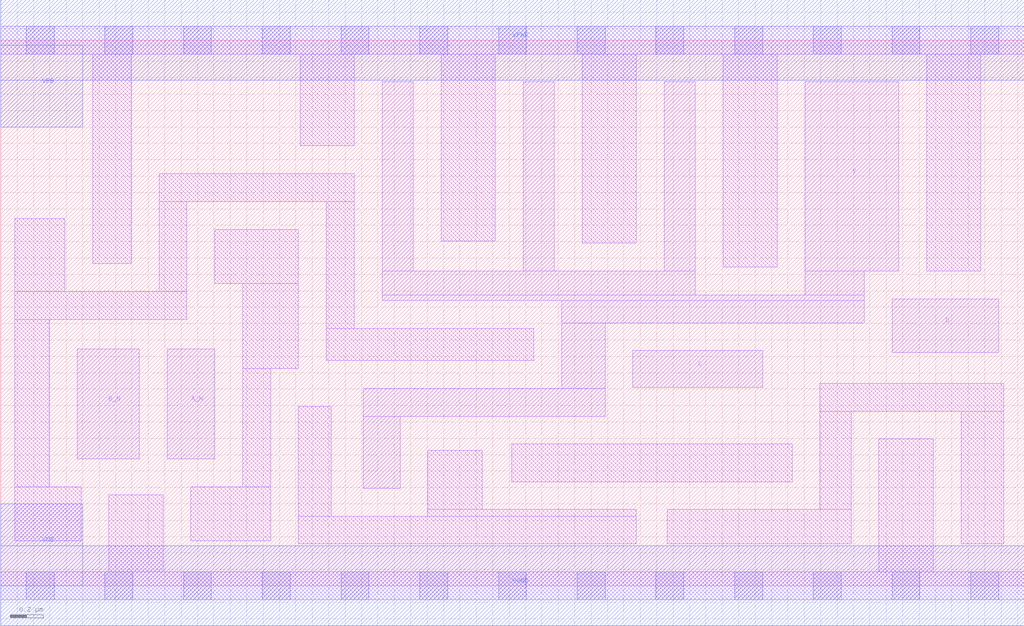
<source format=lef>
# Copyright 2020 The SkyWater PDK Authors
#
# Licensed under the Apache License, Version 2.0 (the "License");
# you may not use this file except in compliance with the License.
# You may obtain a copy of the License at
#
#     https://www.apache.org/licenses/LICENSE-2.0
#
# Unless required by applicable law or agreed to in writing, software
# distributed under the License is distributed on an "AS IS" BASIS,
# WITHOUT WARRANTIES OR CONDITIONS OF ANY KIND, either express or implied.
# See the License for the specific language governing permissions and
# limitations under the License.
#
# SPDX-License-Identifier: Apache-2.0

VERSION 5.5 ;
NAMESCASESENSITIVE ON ;
BUSBITCHARS "[]" ;
DIVIDERCHAR "/" ;
MACRO sky130_fd_sc_lp__nand4bb_2
  CLASS CORE ;
  SOURCE USER ;
  ORIGIN  0.000000  0.000000 ;
  SIZE  6.240000 BY  3.330000 ;
  SYMMETRY X Y R90 ;
  SITE unit ;
  PIN A_N
    ANTENNAGATEAREA  0.126000 ;
    DIRECTION INPUT ;
    USE SIGNAL ;
    PORT
      LAYER li1 ;
        RECT 1.015000 0.775000 1.305000 1.445000 ;
    END
  END A_N
  PIN B_N
    ANTENNAGATEAREA  0.126000 ;
    DIRECTION INPUT ;
    USE SIGNAL ;
    PORT
      LAYER li1 ;
        RECT 0.465000 0.775000 0.845000 1.445000 ;
    END
  END B_N
  PIN C
    ANTENNAGATEAREA  0.630000 ;
    DIRECTION INPUT ;
    USE SIGNAL ;
    PORT
      LAYER li1 ;
        RECT 3.855000 1.210000 4.645000 1.435000 ;
    END
  END C
  PIN D
    ANTENNAGATEAREA  0.630000 ;
    DIRECTION INPUT ;
    USE SIGNAL ;
    PORT
      LAYER li1 ;
        RECT 5.435000 1.425000 6.085000 1.750000 ;
    END
  END D
  PIN Y
    ANTENNADIFFAREA  2.125200 ;
    DIRECTION OUTPUT ;
    USE SIGNAL ;
    PORT
      LAYER li1 ;
        RECT 2.210000 0.595000 2.435000 1.035000 ;
        RECT 2.210000 1.035000 3.685000 1.205000 ;
        RECT 2.325000 1.740000 5.265000 1.775000 ;
        RECT 2.325000 1.775000 4.235000 1.920000 ;
        RECT 2.325000 1.920000 2.515000 3.075000 ;
        RECT 3.185000 1.920000 3.375000 3.075000 ;
        RECT 3.420000 1.205000 3.685000 1.605000 ;
        RECT 3.420000 1.605000 5.265000 1.740000 ;
        RECT 4.045000 1.920000 4.235000 3.075000 ;
        RECT 4.905000 1.775000 5.265000 1.920000 ;
        RECT 4.905000 1.920000 5.475000 3.075000 ;
    END
  END Y
  PIN VGND
    DIRECTION INOUT ;
    USE GROUND ;
    PORT
      LAYER met1 ;
        RECT 0.000000 -0.245000 6.240000 0.245000 ;
    END
  END VGND
  PIN VNB
    DIRECTION INOUT ;
    USE GROUND ;
    PORT
      LAYER met1 ;
        RECT 0.000000 0.000000 0.500000 0.500000 ;
    END
  END VNB
  PIN VPB
    DIRECTION INOUT ;
    USE POWER ;
    PORT
      LAYER met1 ;
        RECT 0.000000 2.800000 0.500000 3.300000 ;
    END
  END VPB
  PIN VPWR
    DIRECTION INOUT ;
    USE POWER ;
    PORT
      LAYER met1 ;
        RECT 0.000000 3.085000 6.240000 3.575000 ;
    END
  END VPWR
  OBS
    LAYER li1 ;
      RECT 0.000000 -0.085000 6.240000 0.085000 ;
      RECT 0.000000  3.245000 6.240000 3.415000 ;
      RECT 0.085000  0.275000 0.490000 0.605000 ;
      RECT 0.085000  0.605000 0.295000 1.625000 ;
      RECT 0.085000  1.625000 1.135000 1.795000 ;
      RECT 0.085000  1.795000 0.390000 2.240000 ;
      RECT 0.560000  1.965000 0.795000 3.245000 ;
      RECT 0.660000  0.085000 0.990000 0.555000 ;
      RECT 0.965000  1.795000 1.135000 2.345000 ;
      RECT 0.965000  2.345000 2.155000 2.515000 ;
      RECT 1.160000  0.275000 1.645000 0.605000 ;
      RECT 1.305000  1.845000 1.815000 2.175000 ;
      RECT 1.475000  0.605000 1.645000 1.325000 ;
      RECT 1.475000  1.325000 1.815000 1.845000 ;
      RECT 1.815000  0.255000 3.875000 0.425000 ;
      RECT 1.815000  0.425000 2.015000 1.095000 ;
      RECT 1.825000  2.685000 2.155000 3.245000 ;
      RECT 1.985000  1.375000 3.250000 1.570000 ;
      RECT 1.985000  1.570000 2.155000 2.345000 ;
      RECT 2.605000  0.425000 3.875000 0.465000 ;
      RECT 2.605000  0.465000 2.935000 0.825000 ;
      RECT 2.685000  2.105000 3.015000 3.245000 ;
      RECT 3.115000  0.635000 4.825000 0.865000 ;
      RECT 3.545000  2.090000 3.875000 3.245000 ;
      RECT 4.065000  0.255000 5.185000 0.465000 ;
      RECT 4.405000  1.945000 4.735000 3.245000 ;
      RECT 4.995000  0.465000 5.185000 1.065000 ;
      RECT 4.995000  1.065000 6.115000 1.235000 ;
      RECT 5.355000  0.085000 5.685000 0.895000 ;
      RECT 5.645000  1.920000 5.975000 3.245000 ;
      RECT 5.855000  0.255000 6.115000 1.065000 ;
    LAYER mcon ;
      RECT 0.155000 -0.085000 0.325000 0.085000 ;
      RECT 0.155000  3.245000 0.325000 3.415000 ;
      RECT 0.635000 -0.085000 0.805000 0.085000 ;
      RECT 0.635000  3.245000 0.805000 3.415000 ;
      RECT 1.115000 -0.085000 1.285000 0.085000 ;
      RECT 1.115000  3.245000 1.285000 3.415000 ;
      RECT 1.595000 -0.085000 1.765000 0.085000 ;
      RECT 1.595000  3.245000 1.765000 3.415000 ;
      RECT 2.075000 -0.085000 2.245000 0.085000 ;
      RECT 2.075000  3.245000 2.245000 3.415000 ;
      RECT 2.555000 -0.085000 2.725000 0.085000 ;
      RECT 2.555000  3.245000 2.725000 3.415000 ;
      RECT 3.035000 -0.085000 3.205000 0.085000 ;
      RECT 3.035000  3.245000 3.205000 3.415000 ;
      RECT 3.515000 -0.085000 3.685000 0.085000 ;
      RECT 3.515000  3.245000 3.685000 3.415000 ;
      RECT 3.995000 -0.085000 4.165000 0.085000 ;
      RECT 3.995000  3.245000 4.165000 3.415000 ;
      RECT 4.475000 -0.085000 4.645000 0.085000 ;
      RECT 4.475000  3.245000 4.645000 3.415000 ;
      RECT 4.955000 -0.085000 5.125000 0.085000 ;
      RECT 4.955000  3.245000 5.125000 3.415000 ;
      RECT 5.435000 -0.085000 5.605000 0.085000 ;
      RECT 5.435000  3.245000 5.605000 3.415000 ;
      RECT 5.915000 -0.085000 6.085000 0.085000 ;
      RECT 5.915000  3.245000 6.085000 3.415000 ;
  END
END sky130_fd_sc_lp__nand4bb_2
END LIBRARY

</source>
